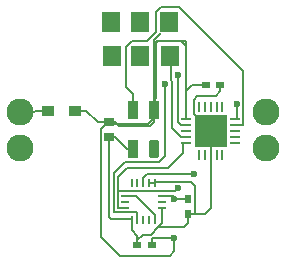
<source format=gbl>
G04 Layer_Physical_Order=2*
G04 Layer_Color=11436288*
%FSLAX24Y24*%
%MOIN*%
G70*
G01*
G75*
%ADD11C,0.0063*%
%ADD12C,0.0900*%
%ADD13C,0.0236*%
%ADD14C,0.0197*%
%ADD15R,0.0394X0.0354*%
%ADD16O,0.0354X0.0098*%
%ADD17O,0.0098X0.0354*%
%ADD18R,0.1063X0.1063*%
%ADD19R,0.0354X0.0315*%
%ADD20R,0.0280X0.0240*%
%ADD21R,0.0240X0.0280*%
%ADD22O,0.0098X0.0276*%
%ADD23O,0.0276X0.0098*%
G04:AMPARAMS|DCode=24|XSize=63mil|YSize=33.5mil|CornerRadius=8.4mil|HoleSize=0mil|Usage=FLASHONLY|Rotation=90.000|XOffset=0mil|YOffset=0mil|HoleType=Round|Shape=RoundedRectangle|*
%AMROUNDEDRECTD24*
21,1,0.0630,0.0167,0,0,90.0*
21,1,0.0463,0.0335,0,0,90.0*
1,1,0.0167,0.0084,0.0231*
1,1,0.0167,0.0084,-0.0231*
1,1,0.0167,-0.0084,-0.0231*
1,1,0.0167,-0.0084,0.0231*
%
%ADD24ROUNDEDRECTD24*%
%ADD25R,0.0335X0.0630*%
%ADD26R,0.0591X0.0709*%
%ADD27R,0.0591X0.0709*%
D11*
X26730Y23976D02*
Y24470D01*
X25040Y24908D02*
Y26560D01*
Y24908D02*
Y26405D01*
Y23976D02*
Y24908D01*
X24232Y21417D02*
X24610D01*
X24724Y21303D01*
X24653D02*
X24724D01*
X24060Y26570D02*
X25030D01*
X23970Y26415D02*
X24125Y26570D01*
X24050Y24663D02*
Y26560D01*
X23970Y24000D02*
Y26415D01*
X23967Y24580D02*
X24050Y24663D01*
X23967Y24580D02*
Y26618D01*
Y23875D02*
Y24272D01*
X23780Y23810D02*
X23970Y24000D01*
X22375Y23810D02*
X23780D01*
X22682Y23868D02*
X22800Y23750D01*
X24930Y22860D02*
Y23189D01*
X25659Y23790D02*
X26073D01*
X25836Y23180D02*
X25897D01*
X25650Y23366D02*
X25836Y23180D01*
X25118Y20820D02*
X25330D01*
X24016Y21887D02*
X25203D01*
X24240Y20500D02*
Y21024D01*
X22557Y20640D02*
X23228D01*
X24650Y21300D02*
X24653Y21303D01*
X24650Y19570D02*
Y20000D01*
X24500Y19420D02*
X24650Y19570D01*
X22830Y19420D02*
X24500D01*
X22200Y20050D02*
X22830Y19420D01*
X22200Y20050D02*
Y23635D01*
X22375Y23810D01*
X24875Y26570D02*
X25040Y26405D01*
X24232Y21417D02*
X24533D01*
X24650Y21300D01*
X23911Y20000D02*
X24650D01*
X23901Y19990D02*
X23911Y20000D01*
X23901Y19764D02*
Y19990D01*
X23967Y26618D02*
X24173Y26825D01*
Y26850D01*
X22104Y23868D02*
X22480D01*
X21720Y24252D02*
X22104Y23868D01*
X21358Y24252D02*
X21720D01*
X20000D02*
X20453D01*
X19970Y24222D02*
X20000Y24252D01*
X19522Y24222D02*
X19970D01*
X23242Y26570D02*
X23735D01*
X23050Y25040D02*
Y26378D01*
X23242Y26570D01*
X24195Y27720D02*
X24820D01*
X24035Y26871D02*
Y27560D01*
X24195Y27720D01*
X24724Y21303D02*
X25118D01*
X23228Y20283D02*
X23421Y20090D01*
X23228Y20283D02*
Y20610D01*
X23819Y21831D02*
X24016D01*
X22480Y23376D02*
X22670D01*
X23074Y22972D01*
X23278D01*
X23842Y23750D02*
X23967Y23875D01*
X22800Y23750D02*
X23842D01*
X22480Y23868D02*
X22682D01*
X25689Y20823D02*
X25866Y21000D01*
Y22776D01*
X23278Y24272D02*
Y24812D01*
X23050Y25040D02*
X23278Y24812D01*
X23735Y26570D02*
X24035Y26871D01*
X24820Y27720D02*
X26950Y25590D01*
Y23790D02*
Y25590D01*
X26940Y23780D02*
X26950Y23790D01*
X26673Y23780D02*
X26940D01*
X25897Y23180D02*
X26083Y23366D01*
X25650Y23799D02*
X25659Y23790D01*
X26073D02*
X26083Y23799D01*
X25650Y23366D02*
X25866Y23583D01*
X25250Y25118D02*
X25705D01*
X25040Y24908D02*
X25250Y25118D01*
X25866Y22776D02*
Y23150D01*
X22480Y20717D02*
Y23376D01*
Y20717D02*
X22557Y20640D01*
X23228Y20610D02*
Y20640D01*
X22780Y21024D02*
X23012D01*
X22770Y21034D02*
X22780Y21024D01*
X22770Y22040D02*
X23090Y22360D01*
X24430D01*
X24930Y22860D01*
Y23189D02*
X25059D01*
X23967Y24272D02*
Y24580D01*
X24050Y26560D02*
X24060Y26570D01*
X25030D02*
X25040Y26560D01*
Y23976D02*
X25059D01*
X24781Y23874D02*
Y25435D01*
Y23874D02*
X24875Y23780D01*
X25059D01*
X23750Y22150D02*
X25310D01*
X23622Y22022D02*
X23750Y22150D01*
X23622Y21831D02*
Y22022D01*
X23606Y20125D02*
X23865D01*
X24232Y21024D02*
X24240D01*
X24016Y21831D02*
Y21887D01*
X25203D02*
X25340Y21750D01*
Y20830D02*
Y21750D01*
X24016Y20610D02*
Y20784D01*
X23383Y21417D02*
X24016Y20784D01*
X23012Y21417D02*
X23383D01*
X26673Y23976D02*
X26730D01*
X24543Y25267D02*
Y26075D01*
Y25267D02*
X24585Y25225D01*
Y23676D02*
Y25225D01*
Y23676D02*
X24875Y23386D01*
X25059D01*
X24690Y21570D02*
X24790Y21670D01*
X22780Y21570D02*
X24690D01*
X22770Y21560D02*
X22780Y21570D01*
X23425Y20610D02*
Y20840D01*
X23392Y20874D02*
X23425Y20840D01*
X22650Y20874D02*
X23392D01*
X22640Y20884D02*
X22650Y20874D01*
X22640Y20884D02*
Y22180D01*
X23000Y22540D01*
X24135D01*
X24345Y22750D01*
Y25148D01*
X23421Y19940D02*
X23606Y20125D01*
X23865D02*
X24110Y20370D01*
X24988D01*
X25118Y20500D01*
X25300Y24149D02*
X25650Y23799D01*
X25300Y24149D02*
Y24625D01*
X25425Y24750D01*
X26035D01*
X26185Y24900D01*
Y25118D01*
X22770Y21034D02*
Y21560D01*
Y22040D01*
X23421Y19764D02*
Y19940D01*
Y20090D01*
X24110Y20370D02*
X24240Y20500D01*
X25118D02*
Y20820D01*
Y20823D01*
X25330Y20820D02*
X25333Y20823D01*
X25340Y20830D01*
X25118Y20823D02*
X25333D01*
X25689D01*
X25836Y23180D02*
X25866Y23150D01*
D12*
X27722Y24222D02*
D03*
Y23022D02*
D03*
X19522D02*
D03*
Y24222D02*
D03*
D13*
X24650Y21300D02*
D03*
Y20000D02*
D03*
X24543Y26075D02*
D03*
X23543Y26063D02*
D03*
X22559Y27087D02*
D03*
Y26063D02*
D03*
X23504Y27165D02*
D03*
X24781Y25435D02*
D03*
X25310Y22150D02*
D03*
X26730Y24470D02*
D03*
X24790Y21670D02*
D03*
X24345Y25148D02*
D03*
D14*
X26083Y23799D02*
D03*
X25650D02*
D03*
X26083Y23366D02*
D03*
X25650D02*
D03*
D15*
X21358Y24252D02*
D03*
X20453D02*
D03*
D16*
X26673Y23976D02*
D03*
Y23780D02*
D03*
Y23583D02*
D03*
Y23386D02*
D03*
Y23189D02*
D03*
X25059D02*
D03*
Y23386D02*
D03*
Y23583D02*
D03*
Y23780D02*
D03*
Y23976D02*
D03*
D17*
X26260Y22776D02*
D03*
X26063D02*
D03*
X25866D02*
D03*
X25669D02*
D03*
X25472D02*
D03*
Y24390D02*
D03*
X25669D02*
D03*
X25866D02*
D03*
X26063D02*
D03*
X26260D02*
D03*
D18*
X25866Y23583D02*
D03*
D19*
X22480Y23868D02*
D03*
Y23376D02*
D03*
D20*
X23901Y19764D02*
D03*
X23421D02*
D03*
X26185Y25118D02*
D03*
X25705D02*
D03*
D21*
X25118Y20823D02*
D03*
Y21303D02*
D03*
D22*
X24016Y20610D02*
D03*
X23819D02*
D03*
X23622D02*
D03*
X23425D02*
D03*
X23228D02*
D03*
Y21831D02*
D03*
X23425D02*
D03*
X23622D02*
D03*
X23819D02*
D03*
X24016D02*
D03*
D23*
X23012Y21024D02*
D03*
Y21220D02*
D03*
Y21417D02*
D03*
X24232D02*
D03*
Y21220D02*
D03*
Y21024D02*
D03*
D24*
X23967Y22972D02*
D03*
D25*
X23278D02*
D03*
Y24272D02*
D03*
X23967D02*
D03*
D26*
X22579Y26063D02*
D03*
X23524D02*
D03*
X24508D02*
D03*
X24469Y27205D02*
D03*
X23524D02*
D03*
D27*
X22539D02*
D03*
M02*

</source>
